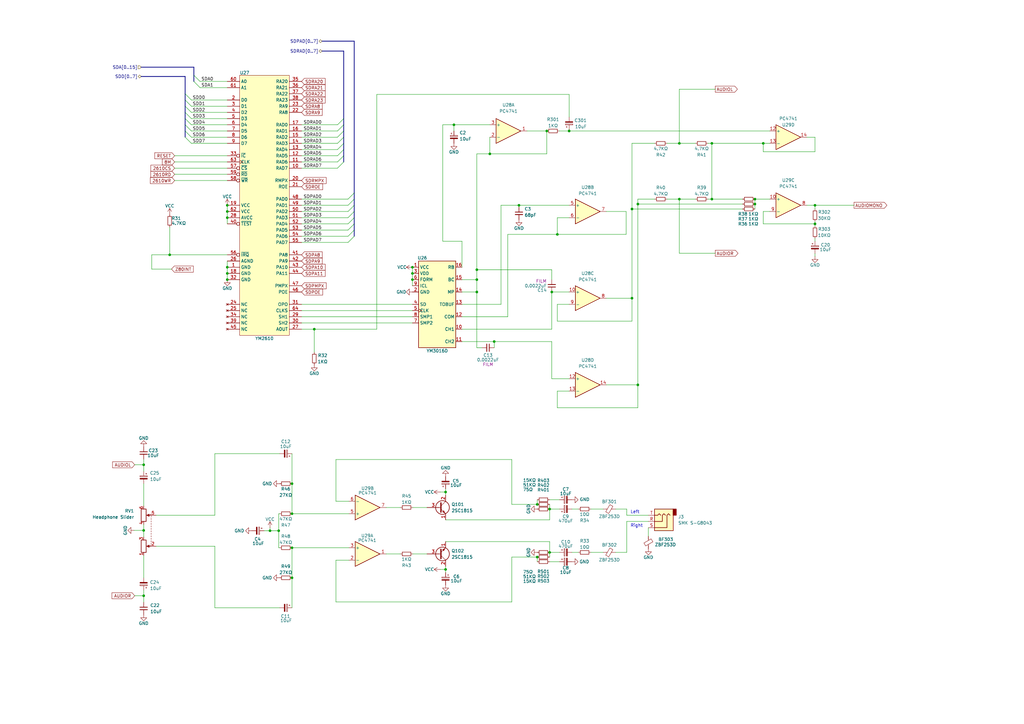
<source format=kicad_sch>
(kicad_sch (version 20211123) (generator eeschema)
  (paper "A3")
  (lib_symbols
    (symbol "1_NeoGeoLibrary:YM2610"
      (property "Reference" "U" (at -8.89 59.69 0))
      (property "Value" "YM2610" (at 0 -49.53 0))
      (symbol "YM2610_1_1"
        (pin power_in line (at -15.24 -20.32 0) (length 5.08) (name "GND") (number "1"))
        (pin bidirectional line (at 15.24 20.32 180) (length 5.08) (name "RAD7") (number "10"))
        (pin bidirectional line (at 15.24 22.86 180) (length 5.08) (name "RAD6") (number "11"))
        (pin bidirectional line (at 15.24 25.4 180) (length 5.08) (name "RAD5") (number "12"))
        (pin bidirectional line (at 15.24 27.94 180) (length 5.08) (name "RAD4") (number "13"))
        (pin bidirectional line (at 15.24 30.48 180) (length 5.08) (name "RAD3") (number "14"))
        (pin bidirectional line (at 15.24 33.02 180) (length 5.08) (name "RAD2") (number "15"))
        (pin bidirectional line (at 15.24 35.56 180) (length 5.08) (name "RAD1") (number "16"))
        (pin bidirectional line (at 15.24 38.1 180) (length 5.08) (name "RAD0") (number "17"))
        (pin power_in line (at -15.24 -22.86 0) (length 5.08) (name "GND") (number "18"))
        (pin power_in line (at -15.24 5.08 0) (length 5.08) (name "VCC") (number "19"))
        (pin bidirectional line (at -15.24 48.26 0) (length 5.08) (name "D0") (number "2"))
        (pin bidirectional line (at 15.24 15.24 180) (length 5.08) (name "RMPX") (number "20"))
        (pin bidirectional line (at 15.24 12.7 180) (length 5.08) (name "ROE") (number "21"))
        (pin bidirectional line (at 15.24 43.18 180) (length 5.08) (name "RA8") (number "22"))
        (pin bidirectional line (at 15.24 45.72 180) (length 5.08) (name "RA9") (number "23"))
        (pin no_connect line (at -15.24 -35.56 0) (length 5.08) (name "NC") (number "24"))
        (pin no_connect line (at -15.24 -38.1 0) (length 5.08) (name "NC") (number "25"))
        (pin power_in line (at -15.24 -17.78 0) (length 5.08) (name "AGND") (number "26"))
        (pin bidirectional line (at 15.24 -45.72 180) (length 5.08) (name "AOUT") (number "27"))
        (pin power_in line (at -15.24 0 0) (length 5.08) (name "AVCC") (number "28"))
        (pin bidirectional line (at 15.24 -40.64 180) (length 5.08) (name "SH1") (number "29"))
        (pin bidirectional line (at -15.24 45.72 0) (length 5.08) (name "D1") (number "3"))
        (pin bidirectional line (at 15.24 -43.18 180) (length 5.08) (name "SH2") (number "30"))
        (pin bidirectional line (at 15.24 -35.56 180) (length 5.08) (name "OPO") (number "31"))
        (pin power_in line (at -15.24 -25.4 0) (length 5.08) (name "GND") (number "32"))
        (pin bidirectional inverted (at -15.24 25.4 0) (length 5.08) (name "~{IC}") (number "33"))
        (pin no_connect line (at -15.24 -40.64 0) (length 5.08) (name "NC") (number "34"))
        (pin bidirectional line (at 15.24 55.88 180) (length 5.08) (name "RA20") (number "35"))
        (pin bidirectional line (at 15.24 53.34 180) (length 5.08) (name "RA21") (number "36"))
        (pin bidirectional line (at 15.24 50.8 180) (length 5.08) (name "RA22") (number "37"))
        (pin bidirectional line (at 15.24 48.26 180) (length 5.08) (name "RA23") (number "38"))
        (pin no_connect line (at -15.24 -43.18 0) (length 5.08) (name "NC") (number "39"))
        (pin bidirectional line (at -15.24 43.18 0) (length 5.08) (name "D2") (number "4"))
        (pin input inverted (at -15.24 -2.54 0) (length 5.08) (name "~{TEST}") (number "40"))
        (pin bidirectional line (at 15.24 -15.24 180) (length 5.08) (name "PA8") (number "41"))
        (pin bidirectional line (at 15.24 -17.78 180) (length 5.08) (name "PA9") (number "42"))
        (pin bidirectional line (at 15.24 -20.32 180) (length 5.08) (name "PA10") (number "43"))
        (pin bidirectional line (at 15.24 -22.86 180) (length 5.08) (name "PA11") (number "44"))
        (pin no_connect line (at -15.24 -45.72 0) (length 5.08) (name "NC") (number "45"))
        (pin bidirectional line (at 15.24 -30.48 180) (length 5.08) (name "POE") (number "46"))
        (pin bidirectional line (at 15.24 -27.94 180) (length 5.08) (name "PMPX") (number "47"))
        (pin bidirectional line (at 15.24 7.62 180) (length 5.08) (name "PAD0") (number "48"))
        (pin bidirectional line (at 15.24 5.08 180) (length 5.08) (name "PAD1") (number "49"))
        (pin bidirectional line (at -15.24 40.64 0) (length 5.08) (name "D3") (number "5"))
        (pin bidirectional line (at 15.24 2.54 180) (length 5.08) (name "PAD2") (number "50"))
        (pin bidirectional line (at 15.24 0 180) (length 5.08) (name "PAD3") (number "51"))
        (pin bidirectional line (at 15.24 -2.54 180) (length 5.08) (name "PAD4") (number "52"))
        (pin bidirectional line (at 15.24 -5.08 180) (length 5.08) (name "PAD5") (number "53"))
        (pin bidirectional line (at 15.24 -7.62 180) (length 5.08) (name "PAD6") (number "54"))
        (pin bidirectional line (at 15.24 -10.16 180) (length 5.08) (name "PAD7") (number "55"))
        (pin bidirectional inverted (at -15.24 -15.24 0) (length 5.08) (name "~{IRQ}") (number "56"))
        (pin bidirectional inverted (at -15.24 20.32 0) (length 5.08) (name "~{CS}") (number "57"))
        (pin bidirectional inverted (at -15.24 15.24 0) (length 5.08) (name "~{WR}") (number "58"))
        (pin bidirectional inverted (at -15.24 17.78 0) (length 5.08) (name "~{RD}") (number "59"))
        (pin bidirectional line (at -15.24 38.1 0) (length 5.08) (name "D4") (number "6"))
        (pin bidirectional line (at -15.24 55.88 0) (length 5.08) (name "A0") (number "60"))
        (pin bidirectional line (at -15.24 53.34 0) (length 5.08) (name "A1") (number "61"))
        (pin power_in line (at -15.24 2.54 0) (length 5.08) (name "VCC") (number "62"))
        (pin bidirectional clock (at -15.24 22.86 0) (length 5.08) (name "CLK") (number "63"))
        (pin bidirectional line (at 15.24 -38.1 180) (length 5.08) (name "CLKS") (number "64"))
        (pin bidirectional line (at -15.24 35.56 0) (length 5.08) (name "D5") (number "7"))
        (pin bidirectional line (at -15.24 33.02 0) (length 5.08) (name "D6") (number "8"))
        (pin bidirectional line (at -15.24 30.48 0) (length 5.08) (name "D7") (number "9"))
      )
    )
    (symbol "1_NeoGeoLibrary:YM3016D"
      (property "Reference" "U" (at -6.35 26.67 0))
      (property "Value" "YM3016D" (at -3.81 -11.43 0))
      (symbol "YM3016D_1_1"
        (pin power_in line (at -10.16 22.86 0) (length 2.54) (name "VCC") (number "1"))
        (pin output line (at 10.16 -2.54 180) (length 2.54) (name "CH1") (number "10"))
        (pin output line (at 10.16 -7.62 180) (length 2.54) (name "CH2") (number "11"))
        (pin bidirectional line (at 10.16 2.54 180) (length 2.54) (name "COM") (number "12"))
        (pin bidirectional line (at 10.16 7.62 180) (length 2.54) (name "TOBUF") (number "13"))
        (pin bidirectional line (at 10.16 12.7 180) (length 2.54) (name "MP") (number "14"))
        (pin bidirectional line (at 10.16 17.78 180) (length 2.54) (name "BC") (number "15"))
        (pin bidirectional line (at 10.16 22.86 180) (length 2.54) (name "RB") (number "16"))
        (pin power_in line (at -10.16 12.7 0) (length 2.54) (name "GND") (number "2"))
        (pin power_in line (at -10.16 20.32 0) (length 2.54) (name "VDD") (number "3"))
        (pin input line (at -10.16 7.62 0) (length 2.54) (name "SD") (number "4"))
        (pin input clock (at -10.16 5.08 0) (length 2.54) (name "CLK") (number "5"))
        (pin input line (at -10.16 17.78 0) (length 2.54) (name "FORM") (number "6"))
        (pin input line (at -10.16 0 0) (length 2.54) (name "SMP2") (number "7"))
        (pin input line (at -10.16 2.54 0) (length 2.54) (name "SMP1") (number "8"))
        (pin input line (at -10.16 15.24 0) (length 2.54) (name "ICL") (number "9"))
      )
    )
    (symbol "Amplifier_Operational:LM324" (pin_names (offset 0.127))
      (property "Reference" "U" (at 0 5.08 0))
      (property "Value" "LM324" (at 0 -5.08 0))
      (symbol "LM324_1_1"
        (pin output line (at 7.62 0 180) (length 2.54) (name "~") (number "1"))
        (pin input line (at -7.62 -2.54 0) (length 2.54) (name "-") (number "2"))
        (pin input line (at -7.62 2.54 0) (length 2.54) (name "+") (number "3"))
      )
      (symbol "LM324_2_1"
        (pin input line (at -7.62 2.54 0) (length 2.54) (name "+") (number "5"))
        (pin input line (at -7.62 -2.54 0) (length 2.54) (name "-") (number "6"))
        (pin output line (at 7.62 0 180) (length 2.54) (name "~") (number "7"))
      )
      (symbol "LM324_3_1"
        (pin input line (at -7.62 2.54 0) (length 2.54) (name "+") (number "10"))
        (pin output line (at 7.62 0 180) (length 2.54) (name "~") (number "8"))
        (pin input line (at -7.62 -2.54 0) (length 2.54) (name "-") (number "9"))
      )
      (symbol "LM324_4_1"
        (pin input line (at -7.62 2.54 0) (length 2.54) (name "+") (number "12"))
        (pin input line (at -7.62 -2.54 0) (length 2.54) (name "-") (number "13"))
        (pin output line (at 7.62 0 180) (length 2.54) (name "~") (number "14"))
      )
      (symbol "LM324_5_1"
        (pin power_in line (at -2.54 -7.62 90) (length 3.81) (name "V-") (number "11"))
        (pin power_in line (at -2.54 7.62 270) (length 3.81) (name "V+") (number "4"))
      )
    )
    (symbol "Connector:AudioJack3"
      (property "Reference" "J" (at 0 8.89 0))
      (property "Value" "AudioJack3" (at 0 6.35 0))
      (symbol "AudioJack3_1_1"
        (pin passive line (at 5.08 0 180) (length 2.54) (name "~") (number "R"))
        (pin passive line (at 5.08 2.54 180) (length 2.54) (name "~") (number "S"))
        (pin passive line (at 5.08 -2.54 180) (length 2.54) (name "~") (number "T"))
      )
    )
    (symbol "Device:C_Polarized_Small" (pin_numbers hide) (pin_names (offset 0.254) hide)
      (property "Reference" "C" (at 0.254 1.778 0))
      (property "Value" "C_Polarized_Small" (at 0.254 -2.032 0))
      (symbol "C_Polarized_Small_1_1"
        (pin passive line (at 0 2.54 270) (length 1.8542) (name "~") (number "1"))
        (pin passive line (at 0 -2.54 90) (length 1.8542) (name "~") (number "2"))
      )
    )
    (symbol "Device:C_Small" (pin_numbers hide) (pin_names (offset 0.254) hide)
      (property "Reference" "C" (at 0.254 1.778 0))
      (property "Value" "C_Small" (at 0.254 -2.032 0))
      (symbol "C_Small_1_1"
        (pin passive line (at 0 2.54 270) (length 2.032) (name "~") (number "1"))
        (pin passive line (at 0 -2.54 90) (length 2.032) (name "~") (number "2"))
      )
    )
    (symbol "Device:FerriteBead_Small" (pin_numbers hide) (pin_names (offset 0))
      (property "Reference" "FB" (at 1.905 1.27 0))
      (property "Value" "FerriteBead_Small" (at 1.905 -1.27 0))
      (symbol "FerriteBead_Small_1_1"
        (pin passive line (at 0 2.54 270) (length 1.27) (name "~") (number "1"))
        (pin passive line (at 0 -2.54 90) (length 1.27) (name "~") (number "2"))
      )
    )
    (symbol "Device:R_Potentiometer_Dual" (pin_names (offset 1.016) hide)
      (property "Reference" "RV" (at 0 3.81 0))
      (property "Value" "R_Potentiometer_Dual" (at 0 1.905 0))
      (symbol "R_Potentiometer_Dual_1_1"
        (pin passive line (at -10.16 -2.54 0) (length 1.27) (name "1") (number "1"))
        (pin passive line (at -6.35 2.54 270) (length 2.54) (name "2") (number "2"))
        (pin passive line (at -2.54 -2.54 180) (length 1.27) (name "3") (number "3"))
        (pin passive line (at 2.54 -2.54 0) (length 1.27) (name "4") (number "4"))
        (pin passive line (at 6.35 2.54 270) (length 2.54) (name "5") (number "5"))
        (pin passive line (at 10.16 -2.54 180) (length 1.27) (name "6") (number "6"))
      )
    )
    (symbol "Device:R_Small" (pin_numbers hide) (pin_names (offset 0.254) hide)
      (property "Reference" "R" (at 0.762 0.508 0))
      (property "Value" "R_Small" (at 0.762 -1.016 0))
      (symbol "R_Small_1_1"
        (pin passive line (at 0 2.54 270) (length 0.762) (name "~") (number "1"))
        (pin passive line (at 0 -2.54 90) (length 0.762) (name "~") (number "2"))
      )
    )
    (symbol "Transistor_BJT:2SC1815" (pin_names (offset 0) hide)
      (property "Reference" "Q" (at 5.08 1.905 0))
      (property "Value" "2SC1815" (at 5.08 0 0))
      (symbol "2SC1815_1_1"
        (pin passive line (at 2.54 -5.08 90) (length 2.54) (name "E") (number "1"))
        (pin passive line (at 2.54 5.08 270) (length 2.54) (name "C") (number "2"))
        (pin input line (at -5.08 0 0) (length 5.08) (name "B") (number "3"))
      )
    )
    (symbol "power:GND" (power) (pin_names (offset 0))
      (property "Value" "GND" (at 0 -3.81 0))
      (symbol "GND_1_1"
        (pin power_in line (at 0 0 270) (length 0) hide (name "GND") (number "1"))
      )
    )
    (symbol "power:VCC" (power) (pin_names (offset 0))
      (property "Value" "VCC" (at 0 3.81 0))
      (symbol "VCC_1_1"
        (pin power_in line (at 0 0 90) (length 0) hide (name "VCC") (number "1"))
      )
    )
  )
  (junction (at 128.905 135.001))
  (junction (at 119.761 198.374))
  (junction (at 93.218 114.681))
  (junction (at 334.264 84.201))
  (junction (at 278.638 58.801))
  (junction (at 313.055 58.801))
  (junction (at 261.62 83.693))
  (junction (at 169.164 112.141))
  (junction (at 220.345 228.473))
  (junction (at 226.314 119.761))
  (junction (at 225.425 208.788))
  (junction (at 93.218 84.201))
  (junction (at 110.744 217.678))
  (junction (at 195.58 119.761))
  (junction (at 195.58 114.681))
  (junction (at 212.852 84.201))
  (junction (at 200.914 63.119))
  (junction (at 93.218 89.281))
  (junction (at 69.596 104.521))
  (junction (at 119.761 210.693))
  (junction (at 93.218 112.141))
  (junction (at 182.753 201.803))
  (junction (at 202.692 140.081))
  (junction (at 259.207 122.301))
  (junction (at 309.626 83.693))
  (junction (at 58.928 190.627))
  (junction (at 93.218 109.601))
  (junction (at 169.164 109.601))
  (junction (at 58.928 217.551))
  (junction (at 114.3 217.678))
  (junction (at 93.218 86.741))
  (junction (at 334.264 91.821))
  (junction (at 261.62 157.861))
  (junction (at 220.345 206.883))
  (junction (at 259.207 85.725))
  (junction (at 225.425 226.568))
  (junction (at 186.182 51.181))
  (junction (at 233.426 53.721))
  (junction (at 291.973 81.661))
  (junction (at 195.58 110.617))
  (junction (at 224.282 53.721))
  (junction (at 278.638 81.661))
  (junction (at 58.928 244.348))
  (junction (at 228.6 96.139))
  (junction (at 291.973 58.801))
  (junction (at 309.626 81.661))
  (junction (at 182.753 233.553))
  (junction (at 169.164 114.681))
  (junction (at 119.761 236.982))
  (junction (at 119.761 224.663))
  (bus_entry (at 140.97 53.721) (size -2.54 2.54))
  (bus_entry (at 140.97 63.881) (size -2.54 2.54))
  (bus_entry (at 145.288 81.661) (size -2.54 2.54))
  (bus_entry (at 145.288 89.281) (size -2.54 2.54))
  (bus_entry (at 75.946 41.021) (size 2.54 2.54))
  (bus_entry (at 79.502 30.861) (size 2.54 2.54))
  (bus_entry (at 75.946 46.101) (size 2.54 2.54))
  (bus_entry (at 75.946 53.721) (size 2.54 2.54))
  (bus_entry (at 75.946 38.481) (size 2.54 2.54))
  (bus_entry (at 140.97 61.341) (size -2.54 2.54))
  (bus_entry (at 75.946 56.261) (size 2.54 2.54))
  (bus_entry (at 79.502 33.401) (size 2.54 2.54))
  (bus_entry (at 140.97 66.421) (size -2.54 2.54))
  (bus_entry (at 145.288 91.821) (size -2.54 2.54))
  (bus_entry (at 145.288 84.201) (size -2.54 2.54))
  (bus_entry (at 140.97 58.801) (size -2.54 2.54))
  (bus_entry (at 75.946 51.181) (size 2.54 2.54))
  (bus_entry (at 75.946 48.641) (size 2.54 2.54))
  (bus_entry (at 140.97 56.261) (size -2.54 2.54))
  (bus_entry (at 145.288 94.361) (size -2.54 2.54))
  (bus_entry (at 145.288 79.121) (size -2.54 2.54))
  (bus_entry (at 140.97 51.181) (size -2.54 2.54))
  (bus_entry (at 145.288 86.741) (size -2.54 2.54))
  (bus_entry (at 140.97 48.641) (size -2.54 2.54))
  (bus_entry (at 75.946 43.561) (size 2.54 2.54))
  (bus_entry (at 145.288 96.901) (size -2.54 2.54))
  (wire (pts (xy 158.369 227.203) (xy 164.211 227.203)))
  (wire (pts (xy 212.852 84.201) (xy 205.486 84.201)))
  (wire (pts (xy 78.486 41.021) (xy 93.218 41.021)))
  (bus (pts (xy 140.97 61.341) (xy 140.97 58.801)))
  (bus (pts (xy 140.97 66.421) (xy 140.97 63.881)))
  (wire (pts (xy 154.559 38.735) (xy 233.426 38.735)))
  (wire (pts (xy 93.218 104.521) (xy 69.596 104.521)))
  (wire (pts (xy 137.795 188.468) (xy 209.931 188.468)))
  (wire (pts (xy 71.628 74.041) (xy 93.218 74.041)))
  (wire (pts (xy 189.484 135.001) (xy 226.314 135.001)))
  (wire (pts (xy 234.569 226.568) (xy 237.236 226.568)))
  (wire (pts (xy 78.486 56.261) (xy 93.218 56.261)))
  (wire (pts (xy 119.761 224.663) (xy 143.129 224.663)))
  (wire (pts (xy 220.345 230.378) (xy 220.345 228.473)))
  (wire (pts (xy 212.852 84.201) (xy 212.852 84.963)))
  (wire (pts (xy 208.28 96.139) (xy 208.28 129.921)))
  (bus (pts (xy 79.502 30.861) (xy 79.502 27.559)))
  (wire (pts (xy 278.638 81.661) (xy 285.242 81.661)))
  (wire (pts (xy 119.761 186.055) (xy 119.761 198.374)))
  (wire (pts (xy 291.973 81.661) (xy 291.973 58.801)))
  (bus (pts (xy 145.288 86.741) (xy 145.288 84.201)))
  (wire (pts (xy 55.245 244.348) (xy 58.928 244.348)))
  (wire (pts (xy 182.753 233.553) (xy 182.753 234.823)))
  (wire (pts (xy 82.042 35.941) (xy 93.218 35.941)))
  (wire (pts (xy 189.484 140.081) (xy 202.692 140.081)))
  (wire (pts (xy 334.264 56.261) (xy 334.264 62.23)))
  (wire (pts (xy 257.048 208.788) (xy 257.048 211.328)))
  (wire (pts (xy 256.794 96.139) (xy 256.794 86.741)))
  (wire (pts (xy 334.264 62.23) (xy 313.055 62.23)))
  (wire (pts (xy 93.218 84.201) (xy 93.218 86.741)))
  (wire (pts (xy 273.558 58.801) (xy 278.638 58.801)))
  (wire (pts (xy 119.761 224.663) (xy 119.761 236.982)))
  (wire (pts (xy 189.484 114.681) (xy 195.58 114.681)))
  (wire (pts (xy 114.681 249.301) (xy 88.138 249.301)))
  (wire (pts (xy 330.962 84.201) (xy 334.264 84.201)))
  (wire (pts (xy 138.43 53.721) (xy 123.698 53.721)))
  (wire (pts (xy 58.928 190.627) (xy 58.928 193.294)))
  (wire (pts (xy 259.207 131.699) (xy 259.207 122.301)))
  (wire (pts (xy 265.938 216.408) (xy 265.938 219.964)))
  (wire (pts (xy 71.628 63.881) (xy 93.218 63.881)))
  (wire (pts (xy 228.6 124.841) (xy 228.6 131.699)))
  (wire (pts (xy 93.218 107.061) (xy 93.218 109.601)))
  (wire (pts (xy 88.138 211.328) (xy 64.008 211.328)))
  (wire (pts (xy 123.698 129.921) (xy 169.164 129.921)))
  (wire (pts (xy 110.744 217.678) (xy 114.3 217.678)))
  (wire (pts (xy 169.291 227.203) (xy 175.133 227.203)))
  (wire (pts (xy 123.698 124.841) (xy 169.164 124.841)))
  (bus (pts (xy 140.97 58.801) (xy 140.97 56.261)))
  (wire (pts (xy 114.681 186.055) (xy 88.138 186.055)))
  (wire (pts (xy 78.486 53.721) (xy 93.218 53.721)))
  (bus (pts (xy 79.502 33.401) (xy 79.502 30.861)))
  (wire (pts (xy 226.314 155.321) (xy 233.426 155.321)))
  (wire (pts (xy 78.486 51.181) (xy 93.218 51.181)))
  (wire (pts (xy 228.6 96.139) (xy 208.28 96.139)))
  (wire (pts (xy 88.138 186.055) (xy 88.138 211.328)))
  (wire (pts (xy 195.58 142.621) (xy 195.58 119.761)))
  (wire (pts (xy 119.761 236.982) (xy 119.761 249.301)))
  (wire (pts (xy 78.486 46.101) (xy 93.218 46.101)))
  (bus (pts (xy 140.97 48.641) (xy 140.97 20.955)))
  (wire (pts (xy 128.905 135.001) (xy 128.905 144.526)))
  (wire (pts (xy 78.486 43.561) (xy 93.218 43.561)))
  (wire (pts (xy 278.638 58.801) (xy 278.638 36.576)))
  (bus (pts (xy 75.946 51.181) (xy 75.946 48.641)))
  (wire (pts (xy 315.722 86.741) (xy 313.055 86.741)))
  (wire (pts (xy 182.753 201.803) (xy 182.753 203.073)))
  (wire (pts (xy 58.928 188.341) (xy 58.928 190.627)))
  (wire (pts (xy 309.626 85.725) (xy 309.626 83.693)))
  (wire (pts (xy 182.753 232.283) (xy 182.753 233.553)))
  (wire (pts (xy 123.698 99.441) (xy 142.748 99.441)))
  (wire (pts (xy 182.753 200.533) (xy 182.753 201.803)))
  (wire (pts (xy 334.264 84.201) (xy 350.266 84.201)))
  (wire (pts (xy 137.795 205.613) (xy 137.795 188.468)))
  (bus (pts (xy 75.946 48.641) (xy 75.946 46.101)))
  (wire (pts (xy 304.546 83.693) (xy 261.62 83.693)))
  (bus (pts (xy 145.288 89.281) (xy 145.288 86.741)))
  (wire (pts (xy 225.425 228.473) (xy 225.425 226.568)))
  (wire (pts (xy 248.666 157.861) (xy 261.62 157.861)))
  (wire (pts (xy 143.129 229.743) (xy 137.795 229.743)))
  (wire (pts (xy 138.43 58.801) (xy 123.698 58.801)))
  (wire (pts (xy 88.138 224.028) (xy 64.008 224.028)))
  (wire (pts (xy 119.761 198.374) (xy 119.761 210.693)))
  (wire (pts (xy 309.626 81.661) (xy 315.722 81.661)))
  (wire (pts (xy 71.628 66.421) (xy 93.218 66.421)))
  (wire (pts (xy 334.264 90.805) (xy 334.264 91.821)))
  (wire (pts (xy 220.345 204.978) (xy 220.345 206.883)))
  (wire (pts (xy 181.61 98.933) (xy 181.61 51.181)))
  (wire (pts (xy 54.991 217.551) (xy 58.928 217.551)))
  (wire (pts (xy 195.58 114.681) (xy 195.58 110.617)))
  (wire (pts (xy 233.426 53.086) (xy 233.426 53.721)))
  (wire (pts (xy 71.628 71.501) (xy 93.218 71.501)))
  (wire (pts (xy 334.264 84.201) (xy 334.264 85.725)))
  (wire (pts (xy 334.264 104.013) (xy 334.264 105.156)))
  (wire (pts (xy 225.425 230.378) (xy 229.489 230.378)))
  (wire (pts (xy 114.681 210.693) (xy 114.3 210.693)))
  (wire (pts (xy 226.314 110.617) (xy 226.314 114.681)))
  (wire (pts (xy 209.931 228.473) (xy 220.345 228.473)))
  (wire (pts (xy 88.138 249.301) (xy 88.138 224.028)))
  (wire (pts (xy 123.698 86.741) (xy 142.748 86.741)))
  (wire (pts (xy 278.638 36.576) (xy 293.37 36.576)))
  (wire (pts (xy 224.282 53.721) (xy 216.154 53.721)))
  (wire (pts (xy 224.282 63.119) (xy 224.282 53.721)))
  (wire (pts (xy 114.3 217.678) (xy 114.3 224.663)))
  (wire (pts (xy 261.62 157.861) (xy 261.62 83.693)))
  (wire (pts (xy 110.744 216.535) (xy 110.744 217.678)))
  (wire (pts (xy 205.486 84.201) (xy 205.486 124.841)))
  (wire (pts (xy 248.666 122.301) (xy 259.207 122.301)))
  (wire (pts (xy 278.638 103.886) (xy 293.37 103.886)))
  (wire (pts (xy 69.596 104.521) (xy 62.23 104.521)))
  (wire (pts (xy 261.62 167.259) (xy 261.62 157.861)))
  (wire (pts (xy 209.931 188.468) (xy 209.931 206.883)))
  (wire (pts (xy 225.425 204.978) (xy 229.489 204.978)))
  (bus (pts (xy 75.946 38.481) (xy 75.946 31.369)))
  (wire (pts (xy 202.692 140.081) (xy 226.314 140.081)))
  (wire (pts (xy 233.426 160.401) (xy 228.6 160.401)))
  (wire (pts (xy 257.048 211.328) (xy 265.938 211.328)))
  (wire (pts (xy 290.322 58.801) (xy 291.973 58.801)))
  (wire (pts (xy 119.761 210.693) (xy 143.129 210.693)))
  (bus (pts (xy 57.912 31.369) (xy 75.946 31.369)))
  (wire (pts (xy 233.426 53.721) (xy 315.722 53.721)))
  (wire (pts (xy 334.264 91.821) (xy 334.264 92.71)))
  (wire (pts (xy 182.753 213.233) (xy 225.425 213.233)))
  (wire (pts (xy 330.962 56.261) (xy 334.264 56.261)))
  (wire (pts (xy 195.58 119.761) (xy 195.58 114.681)))
  (wire (pts (xy 233.426 84.201) (xy 212.852 84.201)))
  (wire (pts (xy 208.28 129.921) (xy 189.484 129.921)))
  (wire (pts (xy 228.6 89.281) (xy 228.6 96.139)))
  (wire (pts (xy 291.973 58.801) (xy 313.055 58.801)))
  (wire (pts (xy 242.316 208.788) (xy 247.396 208.788)))
  (wire (pts (xy 233.426 89.281) (xy 228.6 89.281)))
  (wire (pts (xy 313.055 91.821) (xy 334.264 91.821)))
  (wire (pts (xy 114.3 224.663) (xy 114.681 224.663)))
  (bus (pts (xy 75.946 41.021) (xy 75.946 38.481)))
  (wire (pts (xy 315.722 58.801) (xy 313.055 58.801)))
  (bus (pts (xy 140.97 48.641) (xy 140.97 51.181)))
  (wire (pts (xy 200.914 63.119) (xy 224.282 63.119)))
  (wire (pts (xy 180.594 201.803) (xy 182.753 201.803)))
  (wire (pts (xy 195.58 110.617) (xy 195.58 63.119)))
  (bus (pts (xy 140.97 56.261) (xy 140.97 53.721)))
  (wire (pts (xy 69.596 93.091) (xy 69.596 104.521)))
  (wire (pts (xy 234.569 208.788) (xy 237.236 208.788)))
  (wire (pts (xy 290.322 81.661) (xy 291.973 81.661)))
  (wire (pts (xy 195.58 63.119) (xy 200.914 63.119)))
  (wire (pts (xy 291.973 81.661) (xy 304.546 81.661)))
  (wire (pts (xy 229.362 53.721) (xy 233.426 53.721)))
  (wire (pts (xy 228.6 96.139) (xy 256.794 96.139)))
  (wire (pts (xy 225.425 208.788) (xy 229.489 208.788)))
  (bus (pts (xy 145.288 79.121) (xy 145.288 16.891)))
  (wire (pts (xy 93.218 109.601) (xy 93.218 112.141)))
  (wire (pts (xy 123.698 94.361) (xy 142.748 94.361)))
  (wire (pts (xy 55.245 190.627) (xy 58.928 190.627)))
  (bus (pts (xy 145.288 94.361) (xy 145.288 91.821)))
  (wire (pts (xy 252.476 208.788) (xy 257.048 208.788)))
  (wire (pts (xy 71.628 68.961) (xy 93.218 68.961)))
  (bus (pts (xy 145.288 91.821) (xy 145.288 89.281)))
  (wire (pts (xy 123.698 91.821) (xy 142.748 91.821)))
  (wire (pts (xy 169.164 109.601) (xy 169.164 112.141)))
  (bus (pts (xy 75.946 43.561) (xy 75.946 41.021)))
  (wire (pts (xy 259.207 85.725) (xy 304.546 85.725)))
  (wire (pts (xy 128.905 135.001) (xy 154.559 135.001)))
  (wire (pts (xy 138.43 63.881) (xy 123.698 63.881)))
  (wire (pts (xy 182.753 222.123) (xy 225.425 222.123)))
  (wire (pts (xy 78.486 58.801) (xy 93.218 58.801)))
  (wire (pts (xy 197.612 142.621) (xy 195.58 142.621)))
  (wire (pts (xy 226.314 140.081) (xy 226.314 155.321)))
  (wire (pts (xy 58.928 198.374) (xy 58.928 207.518)))
  (wire (pts (xy 257.048 213.868) (xy 265.938 213.868)))
  (wire (pts (xy 62.23 104.521) (xy 62.23 110.363)))
  (wire (pts (xy 158.369 208.153) (xy 164.211 208.153)))
  (wire (pts (xy 180.594 233.553) (xy 182.753 233.553)))
  (wire (pts (xy 334.264 97.79) (xy 334.264 98.933)))
  (bus (pts (xy 132.08 20.955) (xy 140.97 20.955)))
  (wire (pts (xy 242.316 226.568) (xy 247.396 226.568)))
  (wire (pts (xy 228.6 160.401) (xy 228.6 167.259)))
  (wire (pts (xy 225.425 206.883) (xy 225.425 208.788)))
  (wire (pts (xy 228.6 131.699) (xy 259.207 131.699)))
  (wire (pts (xy 256.794 86.741) (xy 248.666 86.741)))
  (wire (pts (xy 261.62 83.693) (xy 261.62 81.661)))
  (wire (pts (xy 209.931 206.883) (xy 220.345 206.883)))
  (wire (pts (xy 225.425 226.568) (xy 229.489 226.568)))
  (wire (pts (xy 186.182 51.181) (xy 200.914 51.181)))
  (bus (pts (xy 57.912 27.559) (xy 79.502 27.559)))
  (wire (pts (xy 186.182 51.181) (xy 186.182 53.721)))
  (wire (pts (xy 123.698 132.461) (xy 169.164 132.461)))
  (wire (pts (xy 169.164 112.141) (xy 169.164 114.681)))
  (wire (pts (xy 226.314 119.761) (xy 233.426 119.761)))
  (wire (pts (xy 181.61 51.181) (xy 186.182 51.181)))
  (bus (pts (xy 145.288 96.901) (xy 145.288 94.361)))
  (wire (pts (xy 228.6 167.259) (xy 261.62 167.259)))
  (wire (pts (xy 123.698 96.901) (xy 142.748 96.901)))
  (wire (pts (xy 278.638 81.661) (xy 278.638 103.886)))
  (wire (pts (xy 259.207 85.725) (xy 259.207 122.301)))
  (wire (pts (xy 233.426 38.735) (xy 233.426 48.006)))
  (bus (pts (xy 75.946 46.101) (xy 75.946 43.561)))
  (wire (pts (xy 252.476 226.568) (xy 257.048 226.568)))
  (bus (pts (xy 145.288 84.201) (xy 145.288 81.661)))
  (wire (pts (xy 202.692 140.081) (xy 202.692 142.621)))
  (bus (pts (xy 145.288 79.121) (xy 145.288 81.661)))
  (wire (pts (xy 259.207 58.801) (xy 268.478 58.801)))
  (wire (pts (xy 169.291 208.153) (xy 175.133 208.153)))
  (wire (pts (xy 93.218 89.281) (xy 93.218 91.821)))
  (wire (pts (xy 58.928 217.551) (xy 58.928 220.218)))
  (wire (pts (xy 225.425 208.788) (xy 225.425 213.233)))
  (wire (pts (xy 233.426 124.841) (xy 228.6 124.841)))
  (wire (pts (xy 82.042 33.401) (xy 93.218 33.401)))
  (wire (pts (xy 226.314 110.617) (xy 195.58 110.617)))
  (wire (pts (xy 62.23 110.363) (xy 70.358 110.363)))
  (wire (pts (xy 200.914 56.261) (xy 200.914 63.119)))
  (wire (pts (xy 169.164 114.681) (xy 169.164 117.221)))
  (wire (pts (xy 114.3 210.693) (xy 114.3 217.678)))
  (wire (pts (xy 78.486 48.641) (xy 93.218 48.641)))
  (wire (pts (xy 209.931 246.888) (xy 209.931 228.473)))
  (wire (pts (xy 143.129 205.613) (xy 137.795 205.613)))
  (wire (pts (xy 313.055 86.741) (xy 313.055 91.821)))
  (wire (pts (xy 58.928 244.348) (xy 58.928 247.015)))
  (wire (pts (xy 138.43 51.181) (xy 123.698 51.181)))
  (wire (pts (xy 108.331 217.678) (xy 110.744 217.678)))
  (wire (pts (xy 226.314 135.001) (xy 226.314 119.761)))
  (wire (pts (xy 189.484 98.933) (xy 181.61 98.933)))
  (wire (pts (xy 154.559 135.001) (xy 154.559 38.735)))
  (wire (pts (xy 123.698 135.001) (xy 128.905 135.001)))
  (wire (pts (xy 189.484 119.761) (xy 195.58 119.761)))
  (wire (pts (xy 138.43 68.961) (xy 123.698 68.961)))
  (wire (pts (xy 309.626 83.693) (xy 309.626 81.661)))
  (wire (pts (xy 138.43 56.261) (xy 123.698 56.261)))
  (wire (pts (xy 138.43 66.421) (xy 123.698 66.421)))
  (wire (pts (xy 58.928 215.138) (xy 58.928 217.551)))
  (wire (pts (xy 93.218 86.741) (xy 93.218 89.281)))
  (wire (pts (xy 123.698 81.661) (xy 142.748 81.661)))
  (wire (pts (xy 273.558 81.661) (xy 278.638 81.661)))
  (bus (pts (xy 140.97 53.721) (xy 140.97 51.181)))
  (bus (pts (xy 140.97 63.881) (xy 140.97 61.341)))
  (wire (pts (xy 189.484 109.601) (xy 189.484 98.933)))
  (wire (pts (xy 313.055 62.23) (xy 313.055 58.801)))
  (bus (pts (xy 75.946 56.261) (xy 75.946 53.721)))
  (wire (pts (xy 278.638 58.801) (xy 285.242 58.801)))
  (wire (pts (xy 225.425 226.568) (xy 225.425 222.123)))
  (wire (pts (xy 58.928 242.062) (xy 58.928 244.348)))
  (wire (pts (xy 259.207 58.801) (xy 259.207 85.725)))
  (bus (pts (xy 75.946 53.721) (xy 75.946 51.181)))
  (wire (pts (xy 257.048 226.568) (xy 257.048 213.868)))
  (wire (pts (xy 123.698 127.381) (xy 169.164 127.381)))
  (wire (pts (xy 138.43 61.341) (xy 123.698 61.341)))
  (wire (pts (xy 137.795 246.888) (xy 209.931 246.888)))
  (wire (pts (xy 137.795 229.743) (xy 137.795 246.888)))
  (bus (pts (xy 132.08 16.891) (xy 145.288 16.891)))
  (wire (pts (xy 205.486 124.841) (xy 189.484 124.841)))
  (wire (pts (xy 123.698 89.281) (xy 142.748 89.281)))
  (wire (pts (xy 261.62 81.661) (xy 268.478 81.661)))
  (wire (pts (xy 58.928 227.838) (xy 58.928 236.982)))
  (wire (pts (xy 123.698 84.201) (xy 142.748 84.201)))
  (wire (pts (xy 93.218 112.141) (xy 93.218 114.681)))
  (text "Right" (at 258.572 216.408 0) (effects (font (size 1.27 1.27)) (justify left bottom)))
  (text "Left" (at 258.572 210.82 0) (effects (font (size 1.27 1.27)) (justify left bottom)))
  (label "SDPAD3" (at 124.46 89.281 0))
  (label "SDRAD6" (at 124.46 66.421 0))
  (label "SDRAD1" (at 124.46 53.721 0))
  (label "SDRAD4" (at 124.46 61.341 0))
  (label "SDRAD5" (at 124.46 63.881 0))
  (label "SDA1" (at 82.55 35.941 0))
  (label "SDRAD3" (at 124.46 58.801 0))
  (label "SDD0" (at 78.994 41.021 0))
  (label "SDPAD7" (at 124.46 99.441 0))
  (label "SDD3" (at 78.994 48.641 0))
  (label "SDPAD5" (at 124.46 94.361 0))
  (label "SDD2" (at 78.994 46.101 0))
  (label "SDA0" (at 82.55 33.401 0))
  (label "SDRAD2" (at 124.46 56.261 0))
  (label "SDRAD0" (at 124.46 51.181 0))
  (label "SDD7" (at 78.994 58.801 0))
  (label "SDPAD6" (at 124.46 96.901 0))
  (label "SDPAD4" (at 124.46 91.821 0))
  (label "SDD5" (at 78.994 53.721 0))
  (label "SDPAD2" (at 124.46 86.741 0))
  (label "SDRAD7" (at 124.46 68.961 0))
  (label "SDPAD1" (at 124.46 84.201 0))
  (label "SDD4" (at 78.994 51.181 0))
  (label "SDD1" (at 78.994 43.561 0))
  (label "SDD6" (at 78.994 56.261 0))
  (label "SDPAD0" (at 124.46 81.661 0))
  (global_label "SDPMPX" (shape input) (at 123.698 117.221 0) (property "Intersheet References" "${INTERSHEET_REFS}" (effects hide)))
  (global_label "RESET" (shape input) (at 71.628 63.881 180) (property "Intersheet References" "${INTERSHEET_REFS}" (effects hide)))
  (global_label "SDRA20" (shape input) (at 123.698 33.401 0) (property "Intersheet References" "${INTERSHEET_REFS}" (effects hide)))
  (global_label "SDPA11" (shape input) (at 123.698 112.141 0) (property "Intersheet References" "${INTERSHEET_REFS}" (effects hide)))
  (global_label "AUDIOR" (shape input) (at 55.245 244.348 180) (property "Intersheet References" "${INTERSHEET_REFS}" (effects hide)))
  (global_label "SDPA9" (shape input) (at 123.698 107.061 0) (property "Intersheet References" "${INTERSHEET_REFS}" (effects hide)))
  (global_label "AUDIOL" (shape output) (at 293.37 36.576 0) (property "Intersheet References" "${INTERSHEET_REFS}" (effects hide)))
  (global_label "2610RD" (shape input) (at 71.628 71.501 180) (property "Intersheet References" "${INTERSHEET_REFS}" (effects hide)))
  (global_label "AUDIOR" (shape output) (at 293.37 103.886 0) (property "Intersheet References" "${INTERSHEET_REFS}" (effects hide)))
  (global_label "SDRA23" (shape input) (at 123.698 41.021 0) (property "Intersheet References" "${INTERSHEET_REFS}" (effects hide)))
  (global_label "8M" (shape input) (at 71.628 66.421 180) (property "Intersheet References" "${INTERSHEET_REFS}" (effects hide)))
  (global_label "SDRMPX" (shape input) (at 123.698 74.041 0) (property "Intersheet References" "${INTERSHEET_REFS}" (effects hide)))
  (global_label "2610CS" (shape input) (at 71.628 68.961 180) (property "Intersheet References" "${INTERSHEET_REFS}" (effects hide)))
  (global_label "AUDIOMONO" (shape output) (at 350.266 84.201 0) (property "Intersheet References" "${INTERSHEET_REFS}" (effects hide)))
  (global_label "SDROE" (shape input) (at 123.698 76.581 0) (property "Intersheet References" "${INTERSHEET_REFS}" (effects hide)))
  (global_label "SDRA9" (shape input) (at 123.698 46.101 0) (property "Intersheet References" "${INTERSHEET_REFS}" (effects hide)))
  (global_label "SDRA21" (shape input) (at 123.698 35.941 0) (property "Intersheet References" "${INTERSHEET_REFS}" (effects hide)))
  (global_label "2610WR" (shape input) (at 71.628 74.041 180) (property "Intersheet References" "${INTERSHEET_REFS}" (effects hide)))
  (global_label "Z80INT" (shape input) (at 70.358 110.363 0) (property "Intersheet References" "${INTERSHEET_REFS}" (effects hide)))
  (global_label "SDRA8" (shape input) (at 123.698 43.561 0) (property "Intersheet References" "${INTERSHEET_REFS}" (effects hide)))
  (global_label "SDPA8" (shape input) (at 123.698 104.521 0) (property "Intersheet References" "${INTERSHEET_REFS}" (effects hide)))
  (global_label "SDPA10" (shape input) (at 123.698 109.601 0) (property "Intersheet References" "${INTERSHEET_REFS}" (effects hide)))
  (global_label "AUDIOL" (shape input) (at 55.245 190.627 180) (property "Intersheet References" "${INTERSHEET_REFS}" (effects hide)))
  (global_label "SDRA22" (shape input) (at 123.698 38.481 0) (property "Intersheet References" "${INTERSHEET_REFS}" (effects hide)))
  (global_label "SDPOE" (shape input) (at 123.698 119.761 0) (property "Intersheet References" "${INTERSHEET_REFS}" (effects hide)))
  (hierarchical_label "SDRAD[0..7]" (shape bidirectional) (at 132.08 20.955 180))
  (hierarchical_label "SDA[0..15]" (shape input) (at 57.912 27.559 180))
  (hierarchical_label "SDD[0..7]" (shape bidirectional) (at 57.912 31.369 180))
  (hierarchical_label "SDPAD[0..7]" (shape bidirectional) (at 132.08 16.891 180))
  (symbol (lib_id "Device:R_Small") (at 166.751 208.153 90) (unit 1)
    (property "Reference" "R45" (at 166.751 203.454 90))
    (property "Value" "1KΩ" (at 166.751 205.994 90))
    (property "Footprint" "1_NeoGeoLibrary:Resistor1-5mm" (effects hide))
  )
  (symbol (lib_id "Device:C_Polarized_Small") (at 232.029 208.788 90) (unit 1)
    (property "Reference" "C9" (at 232.029 211.836 90))
    (property "Value" "470uF" (at 232.029 213.614 90))
    (property "Footprint" "1_NeoGeoLibrary:CAP1-5mm" (effects hide))
  )
  (symbol (lib_id "Device:C_Small") (at 200.152 142.621 270) (unit 1)
    (property "Reference" "C13" (at 200.152 145.669 90))
    (property "Value" "0.0022uF" (at 200.152 147.574 90))
    (property "Footprint" "1_NeoGeoLibrary:CAP3-5mm" (effects hide))
    (property "Type" "FILM" (at 200.152 149.479 90))
  )
  (symbol (lib_id "Device:R_Small") (at 334.264 95.25 0) (unit 1)
    (property "Reference" "R303" (at 338.074 93.98 0))
    (property "Value" "10KΩ" (at 338.074 96.52 0))
    (property "Footprint" "1_NeoGeoLibrary:Resistor1-5mm" (effects hide))
  )
  (symbol (lib_id "power:GND") (at 220.345 208.788 270) (mirror x) (unit 1)
    (property "Reference" "#PWR0191" (effects hide))
    (property "Value" "GND" (at 216.789 208.788 0))
  )
  (symbol (lib_id "Amplifier_Operational:LM324") (at 323.342 56.261 0) (unit 4)
    (property "Reference" "U29" (at 323.342 51.181 0))
    (property "Value" "PC4741" (at 323.342 48.641 0))
    (property "Footprint" "Package_DIP:DIP-14_W7.62mm" (effects hide))
    (property "Datasheet" "http://www.ti.com/lit/ds/symlink/lm2902-n.pdf" (effects hide))
  )
  (symbol (lib_id "Device:C_Polarized_Small") (at 334.264 101.473 0) (unit 1)
    (property "Reference" "C20" (at 338.582 100.457 0))
    (property "Value" "10uF" (at 338.582 102.362 0))
    (property "Footprint" "1_NeoGeoLibrary:CAP2-2.5mm" (effects hide))
  )
  (symbol (lib_id "power:GND") (at 186.182 58.801 0) (unit 1)
    (property "Reference" "#PWR0185" (effects hide))
    (property "Value" "GND" (at 186.182 62.357 0))
  )
  (symbol (lib_id "power:GND") (at 334.264 105.156 0) (unit 1)
    (property "Reference" "#PWR0201" (effects hide))
    (property "Value" "GND" (at 334.264 108.712 0))
  )
  (symbol (lib_id "Device:R_Small") (at 166.751 227.203 90) (mirror x) (unit 1)
    (property "Reference" "R43" (at 166.751 231.902 90))
    (property "Value" "1KΩ" (at 166.751 229.362 90))
    (property "Footprint" "1_NeoGeoLibrary:Resistor1-5mm" (effects hide))
  )
  (symbol (lib_id "Device:FerriteBead_Small") (at 265.938 222.504 0) (mirror y) (unit 1)
    (property "Reference" "BF303" (at 273.05 221.234 0))
    (property "Value" "ZBF253D" (at 272.923 223.393 0))
    (property "Footprint" "1_NeoGeoLibrary:BF-2.5mm" (effects hide))
  )
  (symbol (lib_id "Device:R_Small") (at 222.885 206.883 270) (mirror x) (unit 1)
    (property "Reference" "R402" (at 222.885 199.009 90))
    (property "Value" "51KΩ" (at 217.17 198.882 90))
    (property "Footprint" "1_NeoGeoLibrary:Resistor1-5mm" (effects hide))
  )
  (symbol (lib_id "power:VCC") (at 93.218 84.201 0) (unit 1)
    (property "Reference" "#PWR0183" (effects hide))
    (property "Value" "VCC" (at 93.218 80.645 0))
  )
  (symbol (lib_id "power:GND") (at 114.681 236.982 270) (mirror x) (unit 1)
    (property "Reference" "#PWR0204" (effects hide))
    (property "Value" "GND" (at 109.601 236.982 90))
  )
  (symbol (lib_id "Amplifier_Operational:LM324") (at 208.534 53.721 0) (unit 1)
    (property "Reference" "U28" (at 208.534 43.053 0))
    (property "Value" "PC4741" (at 208.534 45.593 0))
    (property "Footprint" "Package_DIP:DIP-14_W7.62mm" (effects hide))
    (property "Datasheet" "http://www.ti.com/lit/ds/symlink/lm2902-n.pdf" (effects hide))
  )
  (symbol (lib_id "Device:C_Polarized_Small") (at 105.791 217.678 270) (unit 1)
    (property "Reference" "C4" (at 105.664 221.107 90))
    (property "Value" "10uF" (at 105.918 222.885 90))
    (property "Footprint" "1_NeoGeoLibrary:CAP2-2.5mm" (effects hide))
  )
  (symbol (lib_id "Device:C_Polarized_Small") (at 58.928 239.522 180) (unit 1)
    (property "Reference" "C24" (at 61.468 238.798 0) (effects (justify right)))
    (property "Value" "10uF" (at 61.468 241.338 0) (effects (justify right)))
    (property "Footprint" "1_NeoGeoLibrary:CAP2-2.5mm" (effects hide))
  )
  (symbol (lib_id "Transistor_BJT:2SC1815") (at 180.213 208.153 0) (unit 1)
    (property "Reference" "Q101" (at 185.166 206.8829 0) (effects (justify left)))
    (property "Value" "2SC1815" (at 185.166 209.4229 0) (effects (justify left)))
    (property "Footprint" "1_NeoGeoLibrary:Transistor" (effects hide))
    (property "Datasheet" "https://media.digikey.com/pdf/Data%20Sheets/Toshiba%20PDFs/2SC1815.pdf" (effects hide))
  )
  (symbol (lib_id "Device:R_Small") (at 307.086 81.661 90) (mirror x) (unit 1)
    (property "Reference" "R38" (at 304.673 87.757 90))
    (property "Value" "1KΩ" (at 308.991 87.757 90))
    (property "Footprint" "1_NeoGeoLibrary:Resistor1-5mm" (effects hide))
  )
  (symbol (lib_id "Amplifier_Operational:LM324") (at 241.046 86.741 0) (unit 2)
    (property "Reference" "U28" (at 241.046 76.835 0))
    (property "Value" "PC4741" (at 241.046 79.375 0))
    (property "Footprint" "Package_DIP:DIP-14_W7.62mm" (effects hide))
    (property "Datasheet" "http://www.ti.com/lit/ds/symlink/lm2902-n.pdf" (effects hide))
  )
  (symbol (lib_id "Device:R_Small") (at 222.885 230.378 270) (unit 1)
    (property "Reference" "R503" (at 222.885 238.252 90))
    (property "Value" "15KΩ" (at 217.17 238.379 90))
    (property "Footprint" "1_NeoGeoLibrary:Resistor1-5mm" (effects hide))
  )
  (symbol (lib_id "power:GND") (at 54.991 217.551 270) (unit 1)
    (property "Reference" "#PWR0269" (effects hide))
    (property "Value" "GND" (at 51.435 217.551 0))
  )
  (symbol (lib_id "Transistor_BJT:2SC1815") (at 180.213 227.203 0) (mirror x) (unit 1)
    (property "Reference" "Q102" (at 185.166 225.9329 0) (effects (justify left)))
    (property "Value" "2SC1815" (at 185.166 228.4729 0) (effects (justify left)))
    (property "Footprint" "1_NeoGeoLibrary:Transistor" (effects hide))
    (property "Datasheet" "https://media.digikey.com/pdf/Data%20Sheets/Toshiba%20PDFs/2SC1815.pdf" (effects hide))
  )
  (symbol (lib_id "Device:C_Polarized_Small") (at 232.029 230.378 90) (mirror x) (unit 1)
    (property "Reference" "C8" (at 232.029 232.918 90))
    (property "Value" "10uF" (at 232.029 234.696 90))
    (property "Footprint" "1_NeoGeoLibrary:CAP2-2.5mm" (effects hide))
  )
  (symbol (lib_id "power:VCC") (at 110.744 216.535 0) (unit 1)
    (property "Reference" "#PWR0189" (effects hide))
    (property "Value" "VCC" (at 110.744 212.979 0))
  )
  (symbol (lib_id "Device:R_Small") (at 307.086 83.693 90) (mirror x) (unit 1)
    (property "Reference" "R37" (at 304.673 89.789 90))
    (property "Value" "1KΩ" (at 308.991 89.789 90))
    (property "Footprint" "1_NeoGeoLibrary:Resistor1-5mm" (effects hide))
  )
  (symbol (lib_id "Device:R_Small") (at 117.221 210.693 90) (mirror x) (unit 1)
    (property "Reference" "R47" (at 117.221 215.392 90))
    (property "Value" "47KΩ" (at 117.221 212.852 90))
    (property "Footprint" "1_NeoGeoLibrary:Resistor1-5mm" (effects hide))
  )
  (symbol (lib_id "power:GND") (at 265.938 225.044 0) (mirror y) (unit 1)
    (property "Reference" "#PWR0193" (effects hide))
    (property "Value" "GND" (at 265.938 228.6 0))
  )
  (symbol (lib_id "power:GND") (at 58.928 252.095 0) (unit 1)
    (property "Reference" "#PWR0199" (effects hide))
    (property "Value" "GND" (at 58.928 255.651 0))
  )
  (symbol (lib_id "Amplifier_Operational:LM324") (at 150.749 208.153 0) (mirror x) (unit 2)
    (property "Reference" "U29" (at 150.749 200.279 0))
    (property "Value" "PC4741" (at 150.749 202.184 0))
    (property "Footprint" "Package_DIP:DIP-14_W7.62mm" (effects hide))
    (property "Datasheet" "http://www.ti.com/lit/ds/symlink/lm2902-n.pdf" (effects hide))
  )
  (symbol (lib_id "Device:R_Potentiometer_Dual") (at 61.468 217.678 270) (mirror x) (unit 1)
    (property "Reference" "RV1" (at 54.991 209.55 90) (effects (justify right)))
    (property "Value" "Headphone Slider" (at 54.991 212.09 90) (effects (justify right)))
    (property "Footprint" "1_NeoGeoLibrary:Volume-Slider" (effects hide))
  )
  (symbol (lib_id "Device:R_Small") (at 271.018 58.801 90) (mirror x) (unit 1)
    (property "Reference" "R42" (at 271.018 63.5 90))
    (property "Value" "4.7KΩ" (at 271.018 60.96 90))
    (property "Footprint" "1_NeoGeoLibrary:Resistor1-5mm" (effects hide))
  )
  (symbol (lib_id "Device:C_Polarized_Small") (at 186.182 56.261 0) (unit 1)
    (property "Reference" "C2" (at 188.468 54.4448 0) (effects (justify left)))
    (property "Value" "10uF" (at 188.468 56.9848 0) (effects (justify left)))
    (property "Footprint" "1_NeoGeoLibrary:CAP2-2.5mm" (effects hide))
  )
  (symbol (lib_id "Device:R_Small") (at 117.221 198.374 90) (mirror x) (unit 1)
    (property "Reference" "R46" (at 117.221 200.533 90))
    (property "Value" "27KΩ" (at 117.221 203.073 90))
    (property "Footprint" "1_NeoGeoLibrary:Resistor1-5mm" (effects hide))
  )
  (symbol (lib_id "Device:FerriteBead_Small") (at 249.936 208.788 90) (unit 1)
    (property "Reference" "BF301" (at 249.936 205.74 90))
    (property "Value" "ZBF253D" (at 249.936 211.836 90))
    (property "Footprint" "1_NeoGeoLibrary:BF-2.5mm" (effects hide))
  )
  (symbol (lib_id "power:GND") (at 220.345 226.568 270) (unit 1)
    (property "Reference" "#PWR0190" (effects hide))
    (property "Value" "GND" (at 216.789 226.568 0))
  )
  (symbol (lib_id "Device:R_Small") (at 239.776 226.568 90) (unit 1)
    (property "Reference" "R33" (at 239.776 221.869 90))
    (property "Value" "10Ω" (at 239.776 224.409 90))
    (property "Footprint" "Resistor_THT:R_Axial_DIN0207_L6.3mm_D2.5mm_P10.16mm_Horizontal" (effects hide))
  )
  (symbol (lib_id "Device:C_Polarized_Small") (at 117.221 249.301 270) (unit 1)
    (property "Reference" "C11" (at 117.094 252.73 90))
    (property "Value" "10uF" (at 117.348 254.508 90))
    (property "Footprint" "1_NeoGeoLibrary:CAP2-2.5mm" (effects hide))
  )
  (symbol (lib_id "Device:R_Small") (at 239.776 208.788 90) (mirror x) (unit 1)
    (property "Reference" "R34" (at 239.776 213.487 90))
    (property "Value" "10Ω" (at 239.776 210.947 90))
    (property "Footprint" "Resistor_THT:R_Axial_DIN0207_L6.3mm_D2.5mm_P10.16mm_Horizontal" (effects hide))
  )
  (symbol (lib_id "Device:C_Polarized_Small") (at 117.221 186.055 270) (mirror x) (unit 1)
    (property "Reference" "C12" (at 117.221 181.102 90))
    (property "Value" "10uF" (at 117.221 183.134 90))
    (property "Footprint" "1_NeoGeoLibrary:CAP2-2.5mm" (effects hide))
  )
  (symbol (lib_id "power:VCC") (at 180.594 233.553 90) (unit 1)
    (property "Reference" "#PWR0198" (effects hide))
    (property "Value" "VCC" (at 176.149 233.553 90))
  )
  (symbol (lib_id "power:GND") (at 182.753 239.903 0) (unit 1)
    (property "Reference" "#PWR0197" (effects hide))
    (property "Value" "GND" (at 182.753 243.459 0))
  )
  (symbol (lib_id "Device:R_Small") (at 222.885 226.568 270) (unit 1)
    (property "Reference" "R501" (at 222.885 234.442 90))
    (property "Value" "75Ω" (at 216.535 234.569 90))
    (property "Footprint" "1_NeoGeoLibrary:Resistor1-5mm" (effects hide))
  )
  (symbol (lib_id "Device:C_Polarized_Small") (at 182.753 197.993 0) (mirror x) (unit 1)
    (property "Reference" "C5" (at 186.944 197.231 0))
    (property "Value" "10uF" (at 187.071 199.009 0))
    (property "Footprint" "1_NeoGeoLibrary:CAP2-2.5mm" (effects hide))
  )
  (symbol (lib_id "Amplifier_Operational:LM324") (at 241.046 122.301 0) (unit 3)
    (property "Reference" "U28" (at 241.046 112.141 0))
    (property "Value" "PC4741" (at 241.046 114.681 0))
    (property "Footprint" "Package_DIP:DIP-14_W7.62mm" (effects hide))
    (property "Datasheet" "http://www.ti.com/lit/ds/symlink/lm2902-n.pdf" (effects hide))
  )
  (symbol (lib_id "Device:R_Small") (at 271.018 81.661 90) (unit 1)
    (property "Reference" "R40" (at 271.018 76.962 90))
    (property "Value" "4.7KΩ" (at 271.018 79.502 90))
    (property "Footprint" "1_NeoGeoLibrary:Resistor1-5mm" (effects hide))
  )
  (symbol (lib_id "Device:R_Small") (at 69.596 90.551 0) (unit 1)
    (property "Reference" "R31" (at 70.358 89.535 0) (effects (justify left)))
    (property "Value" "4.7KΩ" (at 70.358 91.567 0) (effects (justify left)))
    (property "Footprint" "1_NeoGeoLibrary:Resistor1-5mm" (effects hide))
  )
  (symbol (lib_id "1_NeoGeoLibrary:YM3016D") (at 179.324 132.461 0) (unit 1)
    (property "Reference" "U26" (at 173.228 105.791 0))
    (property "Value" "YM3016D" (at 179.324 143.891 0))
    (property "Footprint" "Package_DIP:DIP-16_W7.62mm" (effects hide))
  )
  (symbol (lib_id "Device:R_Small") (at 287.782 81.661 90) (unit 1)
    (property "Reference" "R39" (at 287.782 76.962 90))
    (property "Value" "4.7KΩ" (at 287.782 79.502 90))
    (property "Footprint" "1_NeoGeoLibrary:Resistor1-5mm" (effects hide))
  )
  (symbol (lib_id "Device:C_Polarized_Small") (at 232.029 226.568 90) (mirror x) (unit 1)
    (property "Reference" "C10" (at 232.029 222.25 90))
    (property "Value" "470uF" (at 232.029 224.028 90))
    (property "Footprint" "1_NeoGeoLibrary:CAP1-5mm" (effects hide))
  )
  (symbol (lib_id "power:GND") (at 103.251 217.678 270) (mirror x) (unit 1)
    (property "Reference" "#PWR0202" (effects hide))
    (property "Value" "GND" (at 98.171 217.678 90))
  )
  (symbol (lib_id "Amplifier_Operational:LM324") (at 323.342 84.201 0) (unit 3)
    (property "Reference" "U29" (at 323.342 73.914 0))
    (property "Value" "PC4741" (at 323.342 76.454 0))
    (property "Footprint" "Package_DIP:DIP-14_W7.62mm" (effects hide))
    (property "Datasheet" "http://www.ti.com/lit/ds/symlink/lm2902-n.pdf" (effects hide))
  )
  (symbol (lib_id "Device:C_Polarized_Small") (at 233.426 50.546 0) (mirror x) (unit 1)
    (property "Reference" "C301" (at 240.665 49.403 0) (effects (justify right)))
    (property "Value" "10uF" (at 240.665 51.943 0) (effects (justify right)))
    (property "Footprint" "1_NeoGeoLibrary:CAP2-2.5mm" (effects hide))
  )
  (symbol (lib_id "Device:C_Polarized_Small") (at 182.753 237.363 0) (mirror y) (unit 1)
    (property "Reference" "C6" (at 187.198 236.474 0))
    (property "Value" "10uF" (at 187.198 238.252 0))
    (property "Footprint" "1_NeoGeoLibrary:CAP2-2.5mm" (effects hide))
  )
  (symbol (lib_id "power:GND") (at 93.218 114.681 0) (unit 1)
    (property "Reference" "#PWR0182" (effects hide))
    (property "Value" "GND" (at 93.218 118.237 0))
  )
  (symbol (lib_id "power:GND") (at 182.753 195.453 180) (unit 1)
    (property "Reference" "#PWR0195" (effects hide))
    (property "Value" "GND" (at 182.753 191.897 0))
  )
  (symbol (lib_id "Device:R_Small") (at 287.782 58.801 90) (mirror x) (unit 1)
    (property "Reference" "R41" (at 287.782 63.5 90))
    (property "Value" "4.7KΩ" (at 287.782 60.96 90))
    (property "Footprint" "1_NeoGeoLibrary:Resistor1-5mm" (effects hide))
  )
  (symbol (lib_id "Device:R_Small") (at 117.221 224.663 270) (mirror x) (unit 1)
    (property "Reference" "R48" (at 117.221 219.964 90))
    (property "Value" "47KΩ" (at 117.221 222.504 90))
    (property "Footprint" "1_NeoGeoLibrary:Resistor1-5mm" (effects hide))
  )
  (symbol (lib_id "power:VCC") (at 69.596 88.011 0) (unit 1)
    (property "Reference" "#PWR0184" (effects hide))
    (property "Value" "VCC" (at 69.596 84.455 0))
  )
  (symbol (lib_id "power:GND") (at 234.569 230.378 90) (unit 1)
    (property "Reference" "#PWR0194" (effects hide))
    (property "Value" "GND" (at 239.649 230.378 90))
  )
  (symbol (lib_id "Amplifier_Operational:LM324") (at 150.749 227.203 0) (unit 1)
    (property "Reference" "U29" (at 150.622 219.71 0))
    (property "Value" "PC4741" (at 150.622 221.615 0))
    (property "Footprint" "Package_DIP:DIP-14_W7.62mm" (effects hide))
    (property "Datasheet" "http://www.ti.com/lit/ds/symlink/lm2902-n.pdf" (effects hide))
  )
  (symbol (lib_id "Device:R_Small") (at 222.885 204.978 270) (mirror x) (unit 1)
    (property "Reference" "R403" (at 222.885 197.104 90))
    (property "Value" "15KΩ" (at 217.17 196.977 90))
    (property "Footprint" "1_NeoGeoLibrary:Resistor1-5mm" (effects hide))
  )
  (symbol (lib_id "Amplifier_Operational:LM324") (at 241.046 157.861 0) (unit 4)
    (property "Reference" "U28" (at 241.046 147.701 0))
    (property "Value" "PC4741" (at 241.046 150.241 0))
    (property "Footprint" "Package_DIP:DIP-14_W7.62mm" (effects hide))
    (property "Datasheet" "http://www.ti.com/lit/ds/symlink/lm2902-n.pdf" (effects hide))
  )
  (symbol (lib_id "Device:R_Small") (at 222.885 228.473 270) (unit 1)
    (property "Reference" "R502" (at 222.885 236.347 90))
    (property "Value" "51KΩ" (at 217.17 236.474 90))
    (property "Footprint" "1_NeoGeoLibrary:Resistor1-5mm" (effects hide))
  )
  (symbol (lib_id "power:GND") (at 169.164 119.761 270) (unit 1)
    (property "Reference" "#PWR0186" (effects hide))
    (property "Value" "GND" (at 164.592 119.761 90))
  )
  (symbol (lib_id "power:VCC") (at 169.164 109.601 90) (unit 1)
    (property "Reference" "#PWR0187" (effects hide))
    (property "Value" "VCC" (at 164.846 109.601 90))
  )
  (symbol (lib_id "Device:C_Small") (at 58.928 249.555 0) (unit 1)
    (property "Reference" "C22" (at 61.595 248.2912 0) (effects (justify left)))
    (property "Value" "10uF" (at 61.595 250.8312 0) (effects (justify left)))
    (property "Footprint" "1_NeoGeoLibrary:CAP3-5mm" (effects hide))
  )
  (symbol (lib_id "Connector:AudioJack3") (at 271.018 213.868 180) (unit 1)
    (property "Reference" "J3" (at 278.13 211.9629 0) (effects (justify right)))
    (property "Value" "SMK S-G8043" (at 278.13 214.5029 0) (effects (justify right)))
    (property "Footprint" "1_NeoGeoLibrary:J3" (effects hide))
  )
  (symbol (lib_id "power:GND") (at 58.928 183.261 180) (unit 1)
    (property "Reference" "#PWR0200" (effects hide))
    (property "Value" "GND" (at 58.928 179.705 0))
  )
  (symbol (lib_id "power:GND") (at 234.569 204.978 90) (unit 1)
    (property "Reference" "#PWR0192" (effects hide))
    (property "Value" "GND" (at 239.776 204.851 90))
  )
  (symbol (lib_id "Device:R_Small") (at 307.086 85.725 90) (mirror x) (unit 1)
    (property "Reference" "R36" (at 304.673 91.821 90))
    (property "Value" "1KΩ" (at 308.991 91.821 90))
    (property "Footprint" "1_NeoGeoLibrary:Resistor1-5mm" (effects hide))
  )
  (symbol (lib_id "power:VCC") (at 180.594 201.803 90) (unit 1)
    (property "Reference" "#PWR0196" (effects hide))
    (property "Value" "VCC" (at 176.149 201.803 90))
  )
  (symbol (lib_id "Device:C_Small") (at 226.314 117.221 180) (unit 1)
    (property "Reference" "C14" (at 224.282 118.999 0) (effects (justify left)))
    (property "Value" "0.0022uF" (at 224.282 117.221 0) (effects (justify left)))
    (property "Footprint" "1_NeoGeoLibrary:CAP3-5mm" (effects hide))
    (property "Type" "FILM" (at 221.996 115.316 0))
  )
  (symbol (lib_id "Device:R_Small") (at 128.905 147.066 0) (mirror x) (unit 1)
    (property "Reference" "R32" (at 132.334 145.796 0))
    (property "Value" "1KΩ" (at 132.334 148.336 0))
    (property "Footprint" "1_NeoGeoLibrary:Resistor1-5mm" (effects hide))
  )
  (symbol (lib_id "1_NeoGeoLibrary:YM2610") (at 108.458 89.281 0) (unit 1)
    (property "Reference" "U27" (at 100.33 29.845 0))
    (property "Value" "YM2610" (at 108.458 138.811 0))
    (property "Footprint" "1_NeoGeoLibrary:68000" (effects hide))
  )
  (symbol (lib_id "power:GND") (at 128.905 149.606 0) (unit 1)
    (property "Reference" "#PWR0188" (effects hide))
    (property "Value" "GND" (at 128.905 153.162 0))
  )
  (symbol (lib_id "power:GND") (at 114.681 198.374 270) (mirror x) (unit 1)
    (property "Reference" "#PWR0271" (effects hide))
    (property "Value" "GND" (at 109.601 198.374 90))
  )
  (symbol (lib_id "Device:C_Small") (at 58.928 185.801 0) (mirror y) (unit 1)
    (property "Reference" "C23" (at 62.865 184.785 0))
    (property "Value" "10uF" (at 62.865 186.817 0))
    (property "Footprint" "1_NeoGeoLibrary:CAP3-5mm" (effects hide))
  )
  (symbol (lib_id "power:GND") (at 212.852 90.043 0) (unit 1)
    (property "Reference" "#PWR0203" (effects hide))
    (property "Value" "GND" (at 212.852 93.599 0))
  )
  (symbol (lib_id "Device:C_Polarized_Small") (at 232.029 204.978 90) (mirror x) (unit 1)
    (property "Reference" "C7" (at 232.029 200.66 90))
    (property "Value" "10uF" (at 232.029 202.438 90))
    (property "Footprint" "1_NeoGeoLibrary:CAP2-2.5mm" (effects hide))
  )
  (symbol (lib_id "Device:R_Small") (at 226.822 53.721 90) (unit 1)
    (property "Reference" "R301" (at 226.822 49.022 90))
    (property "Value" "1KΩ" (at 226.822 51.562 90))
    (property "Footprint" "1_NeoGeoLibrary:Resistor1-5mm" (effects hide))
  )
  (symbol (lib_id "Device:R_Small") (at 334.264 88.265 0) (unit 1)
    (property "Reference" "R302" (at 338.074 86.995 0))
    (property "Value" "30KΩ" (at 338.074 89.535 0))
    (property "Footprint" "1_NeoGeoLibrary:Resistor1-5mm" (effects hide))
  )
  (symbol (lib_id "Device:C_Polarized_Small") (at 58.928 195.834 0) (mirror y) (unit 1)
    (property "Reference" "C25" (at 61.468 194.0178 0) (effects (justify right)))
    (property "Value" "10uF" (at 61.468 196.5578 0) (effects (justify right)))
    (property "Footprint" "1_NeoGeoLibrary:CAP2-2.5mm" (effects hide))
  )
  (symbol (lib_id "Device:FerriteBead_Small") (at 249.936 226.568 90) (unit 1)
    (property "Reference" "BF302" (at 249.936 223.52 90))
    (property "Value" "ZBF253D" (at 249.936 229.616 90))
    (property "Footprint" "1_NeoGeoLibrary:BF-2.5mm" (effects hide))
  )
  (symbol (lib_id "Device:R_Small") (at 222.885 208.788 270) (mirror x) (unit 1)
    (property "Reference" "R401" (at 222.885 200.914 90))
    (property "Value" "75Ω" (at 216.535 200.787 90))
    (property "Footprint" "1_NeoGeoLibrary:Resistor1-5mm" (effects hide))
  )
  (symbol (lib_id "Device:R_Small") (at 117.221 236.982 90) (unit 1)
    (property "Reference" "R49" (at 117.221 232.283 90))
    (property "Value" "27KΩ" (at 117.221 234.823 90))
    (property "Footprint" "1_NeoGeoLibrary:Resistor1-5mm" (effects hide))
  )
  (symbol (lib_id "Device:C_Small") (at 212.852 87.503 0) (unit 1)
    (property "Reference" "C3" (at 215.138 85.6868 0) (effects (justify left)))
    (property "Value" "68pF" (at 215.138 88.2268 0) (effects (justify left)))
    (property "Footprint" "1_NeoGeoLibrary:CAP3-5mm" (effects hide))
  )
)
</source>
